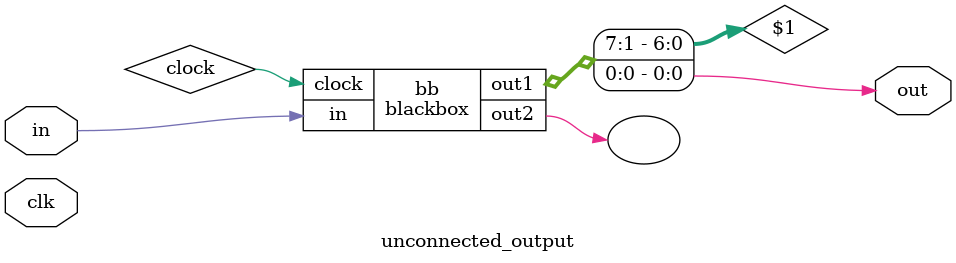
<source format=v>
(* cxxrtl_blackbox *)
module blackbox(...);
    (* cxxrtl_edge = "p" *)
    input clk;

    (* cxxrtl_sync *)
    output [7:0] out1;

    (* cxxrtl_sync *)
    output [7:0] out2;
endmodule

module unconnected_output(
    input  clk,
           in,
    output out
);
    blackbox bb (
        .clock (clock),
        .in    (in),
        .out1  (out),
        .out2  (/* unconnected */),
    );
endmodule

</source>
